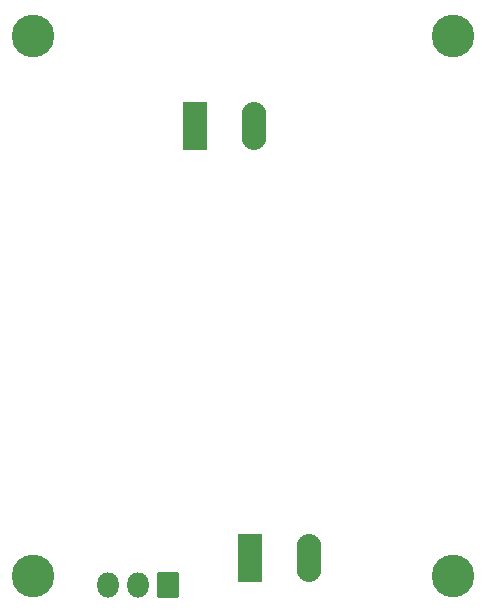
<source format=gbr>
%TF.GenerationSoftware,KiCad,Pcbnew,7.0.5*%
%TF.CreationDate,2023-07-07T01:57:58+07:00*%
%TF.ProjectId,driver_motor,64726976-6572-45f6-9d6f-746f722e6b69,rev?*%
%TF.SameCoordinates,Original*%
%TF.FileFunction,Soldermask,Bot*%
%TF.FilePolarity,Negative*%
%FSLAX46Y46*%
G04 Gerber Fmt 4.6, Leading zero omitted, Abs format (unit mm)*
G04 Created by KiCad (PCBNEW 7.0.5) date 2023-07-07 01:57:58*
%MOMM*%
%LPD*%
G01*
G04 APERTURE LIST*
G04 Aperture macros list*
%AMRoundRect*
0 Rectangle with rounded corners*
0 $1 Rounding radius*
0 $2 $3 $4 $5 $6 $7 $8 $9 X,Y pos of 4 corners*
0 Add a 4 corners polygon primitive as box body*
4,1,4,$2,$3,$4,$5,$6,$7,$8,$9,$2,$3,0*
0 Add four circle primitives for the rounded corners*
1,1,$1+$1,$2,$3*
1,1,$1+$1,$4,$5*
1,1,$1+$1,$6,$7*
1,1,$1+$1,$8,$9*
0 Add four rect primitives between the rounded corners*
20,1,$1+$1,$2,$3,$4,$5,0*
20,1,$1+$1,$4,$5,$6,$7,0*
20,1,$1+$1,$6,$7,$8,$9,0*
20,1,$1+$1,$8,$9,$2,$3,0*%
G04 Aperture macros list end*
%ADD10RoundRect,0.050800X-0.990000X-1.980000X0.990000X-1.980000X0.990000X1.980000X-0.990000X1.980000X0*%
%ADD11O,2.081600X4.061600*%
%ADD12C,3.601600*%
%ADD13RoundRect,0.050800X-0.865000X1.015000X-0.865000X-1.015000X0.865000X-1.015000X0.865000X1.015000X0*%
%ADD14O,1.831600X2.131600*%
G04 APERTURE END LIST*
D10*
%TO.C,J3*%
X162335000Y-35560000D03*
D11*
X167335000Y-35560000D03*
%TD*%
D12*
%TO.C,H3*%
X148590000Y-73660000D03*
%TD*%
D13*
%TO.C,J2*%
X160030000Y-74422000D03*
D14*
X157490000Y-74422000D03*
X154950000Y-74422000D03*
%TD*%
D12*
%TO.C,H1*%
X148590000Y-27940000D03*
%TD*%
%TO.C,H2*%
X184150000Y-27940000D03*
%TD*%
%TO.C,H4*%
X184150000Y-73660000D03*
%TD*%
D10*
%TO.C,J1*%
X166958000Y-72136000D03*
D11*
X171958000Y-72136000D03*
%TD*%
M02*

</source>
